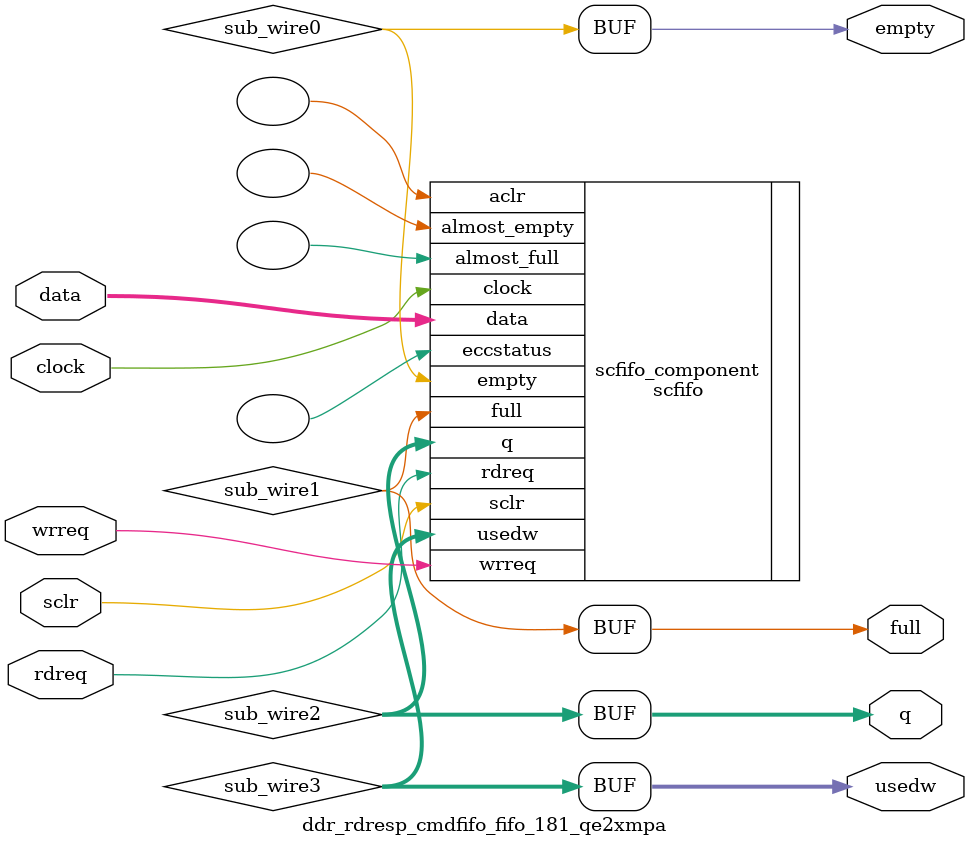
<source format=v>



`timescale 1 ps / 1 ps
// synopsys translate_on
module  ddr_rdresp_cmdfifo_fifo_181_qe2xmpa  (
    clock,
    data,
    rdreq,
    sclr,
    wrreq,
    empty,
    full,
    q,
    usedw);

    input    clock;
    input  [43:0]  data;
    input    rdreq;
    input    sclr;
    input    wrreq;
    output   empty;
    output   full;
    output [43:0]  q;
    output [3:0]  usedw;

    wire  sub_wire0;
    wire  sub_wire1;
    wire [43:0] sub_wire2;
    wire [3:0] sub_wire3;
    wire  empty = sub_wire0;
    wire  full = sub_wire1;
    wire [43:0] q = sub_wire2[43:0];
    wire [3:0] usedw = sub_wire3[3:0];

    scfifo  scfifo_component (
                .clock (clock),
                .data (data),
                .rdreq (rdreq),
                .sclr (sclr),
                .wrreq (wrreq),
                .empty (sub_wire0),
                .full (sub_wire1),
                .q (sub_wire2),
                .usedw (sub_wire3),
                .aclr (),
                .almost_empty (),
                .almost_full (),
                .eccstatus ());
    defparam
        scfifo_component.add_ram_output_register  = "OFF",
        scfifo_component.enable_ecc  = "FALSE",
        scfifo_component.intended_device_family  = "Arria 10",
        scfifo_component.lpm_numwords  = 16,
        scfifo_component.lpm_showahead  = "OFF",
        scfifo_component.lpm_type  = "scfifo",
        scfifo_component.lpm_width  = 44,
        scfifo_component.lpm_widthu  = 4,
        scfifo_component.overflow_checking  = "ON",
        scfifo_component.underflow_checking  = "ON",
        scfifo_component.use_eab  = "ON";


endmodule



</source>
